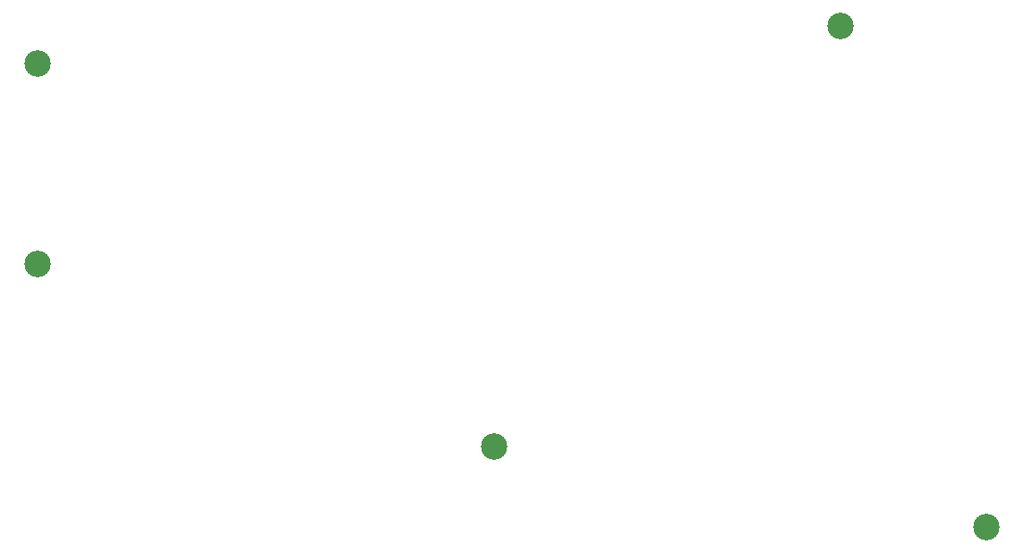
<source format=gbr>
G04 #@! TF.GenerationSoftware,KiCad,Pcbnew,(6.0.0)*
G04 #@! TF.CreationDate,2023-04-13T16:43:50-07:00*
G04 #@! TF.ProjectId,uni_corne_plate_left,756e695f-636f-4726-9e65-5f706c617465,1.1*
G04 #@! TF.SameCoordinates,Original*
G04 #@! TF.FileFunction,Soldermask,Bot*
G04 #@! TF.FilePolarity,Negative*
%FSLAX46Y46*%
G04 Gerber Fmt 4.6, Leading zero omitted, Abs format (unit mm)*
G04 Created by KiCad (PCBNEW (6.0.0)) date 2023-04-13 16:43:50*
%MOMM*%
%LPD*%
G01*
G04 APERTURE LIST*
%ADD10C,2.500000*%
G04 APERTURE END LIST*
D10*
X70352500Y-65315000D03*
X70362500Y-84315000D03*
X113512500Y-101555000D03*
X160082500Y-109165000D03*
X146322500Y-61795000D03*
M02*

</source>
